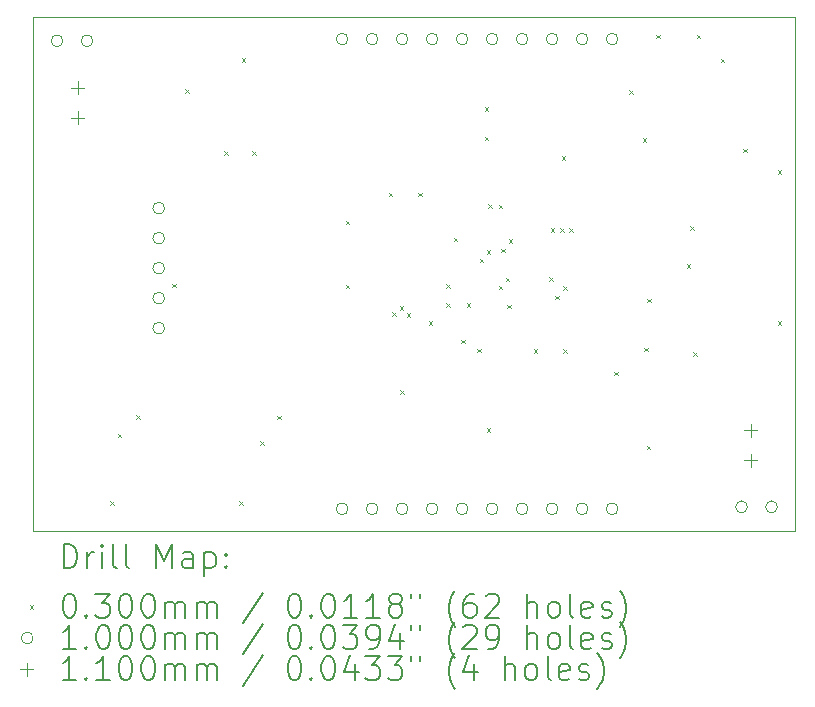
<source format=gbr>
%TF.GenerationSoftware,KiCad,Pcbnew,8.0.2*%
%TF.CreationDate,2024-05-12T15:56:23+02:00*%
%TF.ProjectId,LimbusOne,4c696d62-7573-44f6-9e65-2e6b69636164,v.0.1*%
%TF.SameCoordinates,Original*%
%TF.FileFunction,Drillmap*%
%TF.FilePolarity,Positive*%
%FSLAX45Y45*%
G04 Gerber Fmt 4.5, Leading zero omitted, Abs format (unit mm)*
G04 Created by KiCad (PCBNEW 8.0.2) date 2024-05-12 15:56:23*
%MOMM*%
%LPD*%
G01*
G04 APERTURE LIST*
%ADD10C,0.050000*%
%ADD11C,0.200000*%
%ADD12C,0.100000*%
%ADD13C,0.110000*%
G04 APERTURE END LIST*
D10*
X2926700Y-3213300D02*
X9376700Y-3213300D01*
X9376700Y-7563300D01*
X2926700Y-7563300D01*
X2926700Y-3213300D01*
D11*
D12*
X3579100Y-7312900D02*
X3609100Y-7342900D01*
X3609100Y-7312900D02*
X3579100Y-7342900D01*
X3642600Y-6741400D02*
X3672600Y-6771400D01*
X3672600Y-6741400D02*
X3642600Y-6771400D01*
X3797540Y-6583920D02*
X3827540Y-6613920D01*
X3827540Y-6583920D02*
X3797540Y-6613920D01*
X4102340Y-5468860D02*
X4132340Y-5498860D01*
X4132340Y-5468860D02*
X4102340Y-5498860D01*
X4211700Y-3823300D02*
X4241700Y-3853300D01*
X4241700Y-3823300D02*
X4211700Y-3853300D01*
X4541700Y-4348300D02*
X4571700Y-4378300D01*
X4571700Y-4348300D02*
X4541700Y-4378300D01*
X4671300Y-7312900D02*
X4701300Y-7342900D01*
X4701300Y-7312900D02*
X4671300Y-7342900D01*
X4691700Y-3563300D02*
X4721700Y-3593300D01*
X4721700Y-3563300D02*
X4691700Y-3593300D01*
X4781700Y-4348300D02*
X4811700Y-4378300D01*
X4811700Y-4348300D02*
X4781700Y-4378300D01*
X4849100Y-6804900D02*
X4879100Y-6834900D01*
X4879100Y-6804900D02*
X4849100Y-6834900D01*
X4991340Y-6586460D02*
X5021340Y-6616460D01*
X5021340Y-6586460D02*
X4991340Y-6616460D01*
X5573000Y-4938000D02*
X5603000Y-4968000D01*
X5603000Y-4938000D02*
X5573000Y-4968000D01*
X5573000Y-5477300D02*
X5603000Y-5507300D01*
X5603000Y-5477300D02*
X5573000Y-5507300D01*
X5936700Y-4698300D02*
X5966700Y-4728300D01*
X5966700Y-4698300D02*
X5936700Y-4728300D01*
X5966468Y-5712885D02*
X5996468Y-5742885D01*
X5996468Y-5712885D02*
X5966468Y-5742885D01*
X6029050Y-5663050D02*
X6059050Y-5693050D01*
X6059050Y-5663050D02*
X6029050Y-5693050D01*
X6031700Y-6373300D02*
X6061700Y-6403300D01*
X6061700Y-6373300D02*
X6031700Y-6403300D01*
X6089050Y-5717886D02*
X6119050Y-5747886D01*
X6119050Y-5717886D02*
X6089050Y-5747886D01*
X6186700Y-4698300D02*
X6216700Y-4728300D01*
X6216700Y-4698300D02*
X6186700Y-4728300D01*
X6274040Y-5788900D02*
X6304040Y-5818900D01*
X6304040Y-5788900D02*
X6274040Y-5818900D01*
X6423900Y-5473940D02*
X6453900Y-5503940D01*
X6453900Y-5473940D02*
X6423900Y-5503940D01*
X6423900Y-5637300D02*
X6453900Y-5667300D01*
X6453900Y-5637300D02*
X6423900Y-5667300D01*
X6486188Y-5080618D02*
X6516188Y-5110618D01*
X6516188Y-5080618D02*
X6486188Y-5110618D01*
X6550200Y-5943840D02*
X6580200Y-5973840D01*
X6580200Y-5943840D02*
X6550200Y-5973840D01*
X6594080Y-5637300D02*
X6624080Y-5667300D01*
X6624080Y-5637300D02*
X6594080Y-5667300D01*
X6683916Y-6020884D02*
X6713916Y-6050884D01*
X6713916Y-6020884D02*
X6683916Y-6050884D01*
X6706180Y-5257254D02*
X6736180Y-5287254D01*
X6736180Y-5257254D02*
X6706180Y-5287254D01*
X6749400Y-3976800D02*
X6779400Y-4006800D01*
X6779400Y-3976800D02*
X6749400Y-4006800D01*
X6749400Y-4226800D02*
X6779400Y-4256800D01*
X6779400Y-4226800D02*
X6749400Y-4256800D01*
X6764260Y-6695680D02*
X6794260Y-6725680D01*
X6794260Y-6695680D02*
X6764260Y-6725680D01*
X6766180Y-5186920D02*
X6796180Y-5216920D01*
X6796180Y-5186920D02*
X6766180Y-5216920D01*
X6779500Y-4798300D02*
X6809500Y-4828300D01*
X6809500Y-4798300D02*
X6779500Y-4828300D01*
X6865860Y-4800840D02*
X6895860Y-4830840D01*
X6895860Y-4800840D02*
X6865860Y-4830840D01*
X6865860Y-5489180D02*
X6895860Y-5519180D01*
X6895860Y-5489180D02*
X6865860Y-5519180D01*
X6886180Y-5173300D02*
X6916180Y-5203300D01*
X6916180Y-5173300D02*
X6886180Y-5203300D01*
X6926820Y-5418060D02*
X6956820Y-5448060D01*
X6956820Y-5418060D02*
X6926820Y-5448060D01*
X6936700Y-5648300D02*
X6966700Y-5678300D01*
X6966700Y-5648300D02*
X6936700Y-5678300D01*
X6952220Y-5093300D02*
X6982220Y-5123300D01*
X6982220Y-5093300D02*
X6952220Y-5123300D01*
X7161700Y-6023300D02*
X7191700Y-6053300D01*
X7191700Y-6023300D02*
X7161700Y-6053300D01*
X7292580Y-5415520D02*
X7322580Y-5445520D01*
X7322580Y-5415520D02*
X7292580Y-5445520D01*
X7305352Y-5001331D02*
X7335352Y-5031331D01*
X7335352Y-5001331D02*
X7305352Y-5031331D01*
X7345920Y-5573000D02*
X7375920Y-5603000D01*
X7375920Y-5573000D02*
X7345920Y-5603000D01*
X7385351Y-5001815D02*
X7415351Y-5031815D01*
X7415351Y-5001815D02*
X7385351Y-5031815D01*
X7401800Y-4391900D02*
X7431800Y-4421900D01*
X7431800Y-4391900D02*
X7401800Y-4421900D01*
X7411700Y-6023300D02*
X7441700Y-6053300D01*
X7441700Y-6023300D02*
X7411700Y-6053300D01*
X7411960Y-5491720D02*
X7441960Y-5521720D01*
X7441960Y-5491720D02*
X7411960Y-5521720D01*
X7465300Y-4998960D02*
X7495300Y-5028960D01*
X7495300Y-4998960D02*
X7465300Y-5028960D01*
X7846200Y-6213800D02*
X7876200Y-6243800D01*
X7876200Y-6213800D02*
X7846200Y-6243800D01*
X7973300Y-3833100D02*
X8003300Y-3863100D01*
X8003300Y-3833100D02*
X7973300Y-3863100D01*
X8087600Y-4239500D02*
X8117600Y-4269500D01*
X8117600Y-4239500D02*
X8087600Y-4269500D01*
X8100200Y-6011800D02*
X8130200Y-6041800D01*
X8130200Y-6011800D02*
X8100200Y-6041800D01*
X8119200Y-6840800D02*
X8149200Y-6870800D01*
X8149200Y-6840800D02*
X8119200Y-6870800D01*
X8125700Y-5598300D02*
X8155700Y-5628300D01*
X8155700Y-5598300D02*
X8125700Y-5628300D01*
X8201900Y-3363200D02*
X8231900Y-3393200D01*
X8231900Y-3363200D02*
X8201900Y-3393200D01*
X8458440Y-5303760D02*
X8488440Y-5333760D01*
X8488440Y-5303760D02*
X8458440Y-5333760D01*
X8488920Y-4983720D02*
X8518920Y-5013720D01*
X8518920Y-4983720D02*
X8488920Y-5013720D01*
X8511700Y-6048300D02*
X8541700Y-6078300D01*
X8541700Y-6048300D02*
X8511700Y-6078300D01*
X8544800Y-3363200D02*
X8574800Y-3393200D01*
X8574800Y-3363200D02*
X8544800Y-3393200D01*
X8748000Y-3566400D02*
X8778000Y-3596400D01*
X8778000Y-3566400D02*
X8748000Y-3596400D01*
X8938500Y-4328400D02*
X8968500Y-4358400D01*
X8968500Y-4328400D02*
X8938500Y-4358400D01*
X9229200Y-4507600D02*
X9259200Y-4537600D01*
X9259200Y-4507600D02*
X9229200Y-4537600D01*
X9229200Y-5787500D02*
X9259200Y-5817500D01*
X9259200Y-5787500D02*
X9229200Y-5817500D01*
X3176700Y-3413300D02*
G75*
G02*
X3076700Y-3413300I-50000J0D01*
G01*
X3076700Y-3413300D02*
G75*
G02*
X3176700Y-3413300I50000J0D01*
G01*
X3430700Y-3413300D02*
G75*
G02*
X3330700Y-3413300I-50000J0D01*
G01*
X3330700Y-3413300D02*
G75*
G02*
X3430700Y-3413300I50000J0D01*
G01*
X4037800Y-4830300D02*
G75*
G02*
X3937800Y-4830300I-50000J0D01*
G01*
X3937800Y-4830300D02*
G75*
G02*
X4037800Y-4830300I50000J0D01*
G01*
X4037800Y-5084300D02*
G75*
G02*
X3937800Y-5084300I-50000J0D01*
G01*
X3937800Y-5084300D02*
G75*
G02*
X4037800Y-5084300I50000J0D01*
G01*
X4037800Y-5338300D02*
G75*
G02*
X3937800Y-5338300I-50000J0D01*
G01*
X3937800Y-5338300D02*
G75*
G02*
X4037800Y-5338300I50000J0D01*
G01*
X4037800Y-5592300D02*
G75*
G02*
X3937800Y-5592300I-50000J0D01*
G01*
X3937800Y-5592300D02*
G75*
G02*
X4037800Y-5592300I50000J0D01*
G01*
X4037800Y-5846300D02*
G75*
G02*
X3937800Y-5846300I-50000J0D01*
G01*
X3937800Y-5846300D02*
G75*
G02*
X4037800Y-5846300I50000J0D01*
G01*
X5590700Y-3398520D02*
G75*
G02*
X5490700Y-3398520I-50000J0D01*
G01*
X5490700Y-3398520D02*
G75*
G02*
X5590700Y-3398520I50000J0D01*
G01*
X5590700Y-7376160D02*
G75*
G02*
X5490700Y-7376160I-50000J0D01*
G01*
X5490700Y-7376160D02*
G75*
G02*
X5590700Y-7376160I50000J0D01*
G01*
X5844700Y-3398520D02*
G75*
G02*
X5744700Y-3398520I-50000J0D01*
G01*
X5744700Y-3398520D02*
G75*
G02*
X5844700Y-3398520I50000J0D01*
G01*
X5844700Y-7376160D02*
G75*
G02*
X5744700Y-7376160I-50000J0D01*
G01*
X5744700Y-7376160D02*
G75*
G02*
X5844700Y-7376160I50000J0D01*
G01*
X6098700Y-3398520D02*
G75*
G02*
X5998700Y-3398520I-50000J0D01*
G01*
X5998700Y-3398520D02*
G75*
G02*
X6098700Y-3398520I50000J0D01*
G01*
X6098700Y-7376160D02*
G75*
G02*
X5998700Y-7376160I-50000J0D01*
G01*
X5998700Y-7376160D02*
G75*
G02*
X6098700Y-7376160I50000J0D01*
G01*
X6352700Y-3398520D02*
G75*
G02*
X6252700Y-3398520I-50000J0D01*
G01*
X6252700Y-3398520D02*
G75*
G02*
X6352700Y-3398520I50000J0D01*
G01*
X6352700Y-7376160D02*
G75*
G02*
X6252700Y-7376160I-50000J0D01*
G01*
X6252700Y-7376160D02*
G75*
G02*
X6352700Y-7376160I50000J0D01*
G01*
X6606700Y-3398520D02*
G75*
G02*
X6506700Y-3398520I-50000J0D01*
G01*
X6506700Y-3398520D02*
G75*
G02*
X6606700Y-3398520I50000J0D01*
G01*
X6606700Y-7376160D02*
G75*
G02*
X6506700Y-7376160I-50000J0D01*
G01*
X6506700Y-7376160D02*
G75*
G02*
X6606700Y-7376160I50000J0D01*
G01*
X6860700Y-3398520D02*
G75*
G02*
X6760700Y-3398520I-50000J0D01*
G01*
X6760700Y-3398520D02*
G75*
G02*
X6860700Y-3398520I50000J0D01*
G01*
X6860700Y-7376160D02*
G75*
G02*
X6760700Y-7376160I-50000J0D01*
G01*
X6760700Y-7376160D02*
G75*
G02*
X6860700Y-7376160I50000J0D01*
G01*
X7114700Y-3398520D02*
G75*
G02*
X7014700Y-3398520I-50000J0D01*
G01*
X7014700Y-3398520D02*
G75*
G02*
X7114700Y-3398520I50000J0D01*
G01*
X7114700Y-7376160D02*
G75*
G02*
X7014700Y-7376160I-50000J0D01*
G01*
X7014700Y-7376160D02*
G75*
G02*
X7114700Y-7376160I50000J0D01*
G01*
X7368700Y-3398520D02*
G75*
G02*
X7268700Y-3398520I-50000J0D01*
G01*
X7268700Y-3398520D02*
G75*
G02*
X7368700Y-3398520I50000J0D01*
G01*
X7368700Y-7376160D02*
G75*
G02*
X7268700Y-7376160I-50000J0D01*
G01*
X7268700Y-7376160D02*
G75*
G02*
X7368700Y-7376160I50000J0D01*
G01*
X7622700Y-3398520D02*
G75*
G02*
X7522700Y-3398520I-50000J0D01*
G01*
X7522700Y-3398520D02*
G75*
G02*
X7622700Y-3398520I50000J0D01*
G01*
X7622700Y-7376160D02*
G75*
G02*
X7522700Y-7376160I-50000J0D01*
G01*
X7522700Y-7376160D02*
G75*
G02*
X7622700Y-7376160I50000J0D01*
G01*
X7876700Y-3398520D02*
G75*
G02*
X7776700Y-3398520I-50000J0D01*
G01*
X7776700Y-3398520D02*
G75*
G02*
X7876700Y-3398520I50000J0D01*
G01*
X7876700Y-7376160D02*
G75*
G02*
X7776700Y-7376160I-50000J0D01*
G01*
X7776700Y-7376160D02*
G75*
G02*
X7876700Y-7376160I50000J0D01*
G01*
X8972700Y-7359300D02*
G75*
G02*
X8872700Y-7359300I-50000J0D01*
G01*
X8872700Y-7359300D02*
G75*
G02*
X8972700Y-7359300I50000J0D01*
G01*
X9226700Y-7359300D02*
G75*
G02*
X9126700Y-7359300I-50000J0D01*
G01*
X9126700Y-7359300D02*
G75*
G02*
X9226700Y-7359300I50000J0D01*
G01*
D13*
X3301700Y-3754300D02*
X3301700Y-3864300D01*
X3246700Y-3809300D02*
X3356700Y-3809300D01*
X3301700Y-4008300D02*
X3301700Y-4118300D01*
X3246700Y-4063300D02*
X3356700Y-4063300D01*
X9001700Y-6654300D02*
X9001700Y-6764300D01*
X8946700Y-6709300D02*
X9056700Y-6709300D01*
X9001700Y-6908300D02*
X9001700Y-7018300D01*
X8946700Y-6963300D02*
X9056700Y-6963300D01*
D11*
X3184977Y-7877284D02*
X3184977Y-7677284D01*
X3184977Y-7677284D02*
X3232596Y-7677284D01*
X3232596Y-7677284D02*
X3261167Y-7686808D01*
X3261167Y-7686808D02*
X3280215Y-7705855D01*
X3280215Y-7705855D02*
X3289739Y-7724903D01*
X3289739Y-7724903D02*
X3299262Y-7762998D01*
X3299262Y-7762998D02*
X3299262Y-7791569D01*
X3299262Y-7791569D02*
X3289739Y-7829665D01*
X3289739Y-7829665D02*
X3280215Y-7848712D01*
X3280215Y-7848712D02*
X3261167Y-7867760D01*
X3261167Y-7867760D02*
X3232596Y-7877284D01*
X3232596Y-7877284D02*
X3184977Y-7877284D01*
X3384977Y-7877284D02*
X3384977Y-7743950D01*
X3384977Y-7782046D02*
X3394501Y-7762998D01*
X3394501Y-7762998D02*
X3404024Y-7753474D01*
X3404024Y-7753474D02*
X3423072Y-7743950D01*
X3423072Y-7743950D02*
X3442120Y-7743950D01*
X3508786Y-7877284D02*
X3508786Y-7743950D01*
X3508786Y-7677284D02*
X3499262Y-7686808D01*
X3499262Y-7686808D02*
X3508786Y-7696331D01*
X3508786Y-7696331D02*
X3518310Y-7686808D01*
X3518310Y-7686808D02*
X3508786Y-7677284D01*
X3508786Y-7677284D02*
X3508786Y-7696331D01*
X3632596Y-7877284D02*
X3613548Y-7867760D01*
X3613548Y-7867760D02*
X3604024Y-7848712D01*
X3604024Y-7848712D02*
X3604024Y-7677284D01*
X3737358Y-7877284D02*
X3718310Y-7867760D01*
X3718310Y-7867760D02*
X3708786Y-7848712D01*
X3708786Y-7848712D02*
X3708786Y-7677284D01*
X3965929Y-7877284D02*
X3965929Y-7677284D01*
X3965929Y-7677284D02*
X4032596Y-7820141D01*
X4032596Y-7820141D02*
X4099262Y-7677284D01*
X4099262Y-7677284D02*
X4099262Y-7877284D01*
X4280215Y-7877284D02*
X4280215Y-7772522D01*
X4280215Y-7772522D02*
X4270691Y-7753474D01*
X4270691Y-7753474D02*
X4251644Y-7743950D01*
X4251644Y-7743950D02*
X4213548Y-7743950D01*
X4213548Y-7743950D02*
X4194501Y-7753474D01*
X4280215Y-7867760D02*
X4261167Y-7877284D01*
X4261167Y-7877284D02*
X4213548Y-7877284D01*
X4213548Y-7877284D02*
X4194501Y-7867760D01*
X4194501Y-7867760D02*
X4184977Y-7848712D01*
X4184977Y-7848712D02*
X4184977Y-7829665D01*
X4184977Y-7829665D02*
X4194501Y-7810617D01*
X4194501Y-7810617D02*
X4213548Y-7801093D01*
X4213548Y-7801093D02*
X4261167Y-7801093D01*
X4261167Y-7801093D02*
X4280215Y-7791569D01*
X4375453Y-7743950D02*
X4375453Y-7943950D01*
X4375453Y-7753474D02*
X4394501Y-7743950D01*
X4394501Y-7743950D02*
X4432596Y-7743950D01*
X4432596Y-7743950D02*
X4451644Y-7753474D01*
X4451644Y-7753474D02*
X4461167Y-7762998D01*
X4461167Y-7762998D02*
X4470691Y-7782046D01*
X4470691Y-7782046D02*
X4470691Y-7839188D01*
X4470691Y-7839188D02*
X4461167Y-7858236D01*
X4461167Y-7858236D02*
X4451644Y-7867760D01*
X4451644Y-7867760D02*
X4432596Y-7877284D01*
X4432596Y-7877284D02*
X4394501Y-7877284D01*
X4394501Y-7877284D02*
X4375453Y-7867760D01*
X4556405Y-7858236D02*
X4565929Y-7867760D01*
X4565929Y-7867760D02*
X4556405Y-7877284D01*
X4556405Y-7877284D02*
X4546882Y-7867760D01*
X4546882Y-7867760D02*
X4556405Y-7858236D01*
X4556405Y-7858236D02*
X4556405Y-7877284D01*
X4556405Y-7753474D02*
X4565929Y-7762998D01*
X4565929Y-7762998D02*
X4556405Y-7772522D01*
X4556405Y-7772522D02*
X4546882Y-7762998D01*
X4546882Y-7762998D02*
X4556405Y-7753474D01*
X4556405Y-7753474D02*
X4556405Y-7772522D01*
D12*
X2894200Y-8190800D02*
X2924200Y-8220800D01*
X2924200Y-8190800D02*
X2894200Y-8220800D01*
D11*
X3223072Y-8097284D02*
X3242120Y-8097284D01*
X3242120Y-8097284D02*
X3261167Y-8106808D01*
X3261167Y-8106808D02*
X3270691Y-8116331D01*
X3270691Y-8116331D02*
X3280215Y-8135379D01*
X3280215Y-8135379D02*
X3289739Y-8173474D01*
X3289739Y-8173474D02*
X3289739Y-8221093D01*
X3289739Y-8221093D02*
X3280215Y-8259188D01*
X3280215Y-8259188D02*
X3270691Y-8278236D01*
X3270691Y-8278236D02*
X3261167Y-8287760D01*
X3261167Y-8287760D02*
X3242120Y-8297284D01*
X3242120Y-8297284D02*
X3223072Y-8297284D01*
X3223072Y-8297284D02*
X3204024Y-8287760D01*
X3204024Y-8287760D02*
X3194501Y-8278236D01*
X3194501Y-8278236D02*
X3184977Y-8259188D01*
X3184977Y-8259188D02*
X3175453Y-8221093D01*
X3175453Y-8221093D02*
X3175453Y-8173474D01*
X3175453Y-8173474D02*
X3184977Y-8135379D01*
X3184977Y-8135379D02*
X3194501Y-8116331D01*
X3194501Y-8116331D02*
X3204024Y-8106808D01*
X3204024Y-8106808D02*
X3223072Y-8097284D01*
X3375453Y-8278236D02*
X3384977Y-8287760D01*
X3384977Y-8287760D02*
X3375453Y-8297284D01*
X3375453Y-8297284D02*
X3365929Y-8287760D01*
X3365929Y-8287760D02*
X3375453Y-8278236D01*
X3375453Y-8278236D02*
X3375453Y-8297284D01*
X3451643Y-8097284D02*
X3575453Y-8097284D01*
X3575453Y-8097284D02*
X3508786Y-8173474D01*
X3508786Y-8173474D02*
X3537358Y-8173474D01*
X3537358Y-8173474D02*
X3556405Y-8182998D01*
X3556405Y-8182998D02*
X3565929Y-8192522D01*
X3565929Y-8192522D02*
X3575453Y-8211569D01*
X3575453Y-8211569D02*
X3575453Y-8259188D01*
X3575453Y-8259188D02*
X3565929Y-8278236D01*
X3565929Y-8278236D02*
X3556405Y-8287760D01*
X3556405Y-8287760D02*
X3537358Y-8297284D01*
X3537358Y-8297284D02*
X3480215Y-8297284D01*
X3480215Y-8297284D02*
X3461167Y-8287760D01*
X3461167Y-8287760D02*
X3451643Y-8278236D01*
X3699262Y-8097284D02*
X3718310Y-8097284D01*
X3718310Y-8097284D02*
X3737358Y-8106808D01*
X3737358Y-8106808D02*
X3746882Y-8116331D01*
X3746882Y-8116331D02*
X3756405Y-8135379D01*
X3756405Y-8135379D02*
X3765929Y-8173474D01*
X3765929Y-8173474D02*
X3765929Y-8221093D01*
X3765929Y-8221093D02*
X3756405Y-8259188D01*
X3756405Y-8259188D02*
X3746882Y-8278236D01*
X3746882Y-8278236D02*
X3737358Y-8287760D01*
X3737358Y-8287760D02*
X3718310Y-8297284D01*
X3718310Y-8297284D02*
X3699262Y-8297284D01*
X3699262Y-8297284D02*
X3680215Y-8287760D01*
X3680215Y-8287760D02*
X3670691Y-8278236D01*
X3670691Y-8278236D02*
X3661167Y-8259188D01*
X3661167Y-8259188D02*
X3651643Y-8221093D01*
X3651643Y-8221093D02*
X3651643Y-8173474D01*
X3651643Y-8173474D02*
X3661167Y-8135379D01*
X3661167Y-8135379D02*
X3670691Y-8116331D01*
X3670691Y-8116331D02*
X3680215Y-8106808D01*
X3680215Y-8106808D02*
X3699262Y-8097284D01*
X3889739Y-8097284D02*
X3908786Y-8097284D01*
X3908786Y-8097284D02*
X3927834Y-8106808D01*
X3927834Y-8106808D02*
X3937358Y-8116331D01*
X3937358Y-8116331D02*
X3946882Y-8135379D01*
X3946882Y-8135379D02*
X3956405Y-8173474D01*
X3956405Y-8173474D02*
X3956405Y-8221093D01*
X3956405Y-8221093D02*
X3946882Y-8259188D01*
X3946882Y-8259188D02*
X3937358Y-8278236D01*
X3937358Y-8278236D02*
X3927834Y-8287760D01*
X3927834Y-8287760D02*
X3908786Y-8297284D01*
X3908786Y-8297284D02*
X3889739Y-8297284D01*
X3889739Y-8297284D02*
X3870691Y-8287760D01*
X3870691Y-8287760D02*
X3861167Y-8278236D01*
X3861167Y-8278236D02*
X3851643Y-8259188D01*
X3851643Y-8259188D02*
X3842120Y-8221093D01*
X3842120Y-8221093D02*
X3842120Y-8173474D01*
X3842120Y-8173474D02*
X3851643Y-8135379D01*
X3851643Y-8135379D02*
X3861167Y-8116331D01*
X3861167Y-8116331D02*
X3870691Y-8106808D01*
X3870691Y-8106808D02*
X3889739Y-8097284D01*
X4042120Y-8297284D02*
X4042120Y-8163950D01*
X4042120Y-8182998D02*
X4051643Y-8173474D01*
X4051643Y-8173474D02*
X4070691Y-8163950D01*
X4070691Y-8163950D02*
X4099263Y-8163950D01*
X4099263Y-8163950D02*
X4118310Y-8173474D01*
X4118310Y-8173474D02*
X4127834Y-8192522D01*
X4127834Y-8192522D02*
X4127834Y-8297284D01*
X4127834Y-8192522D02*
X4137358Y-8173474D01*
X4137358Y-8173474D02*
X4156405Y-8163950D01*
X4156405Y-8163950D02*
X4184977Y-8163950D01*
X4184977Y-8163950D02*
X4204025Y-8173474D01*
X4204025Y-8173474D02*
X4213548Y-8192522D01*
X4213548Y-8192522D02*
X4213548Y-8297284D01*
X4308786Y-8297284D02*
X4308786Y-8163950D01*
X4308786Y-8182998D02*
X4318310Y-8173474D01*
X4318310Y-8173474D02*
X4337358Y-8163950D01*
X4337358Y-8163950D02*
X4365929Y-8163950D01*
X4365929Y-8163950D02*
X4384977Y-8173474D01*
X4384977Y-8173474D02*
X4394501Y-8192522D01*
X4394501Y-8192522D02*
X4394501Y-8297284D01*
X4394501Y-8192522D02*
X4404025Y-8173474D01*
X4404025Y-8173474D02*
X4423072Y-8163950D01*
X4423072Y-8163950D02*
X4451644Y-8163950D01*
X4451644Y-8163950D02*
X4470691Y-8173474D01*
X4470691Y-8173474D02*
X4480215Y-8192522D01*
X4480215Y-8192522D02*
X4480215Y-8297284D01*
X4870691Y-8087760D02*
X4699263Y-8344903D01*
X5127834Y-8097284D02*
X5146882Y-8097284D01*
X5146882Y-8097284D02*
X5165929Y-8106808D01*
X5165929Y-8106808D02*
X5175453Y-8116331D01*
X5175453Y-8116331D02*
X5184977Y-8135379D01*
X5184977Y-8135379D02*
X5194501Y-8173474D01*
X5194501Y-8173474D02*
X5194501Y-8221093D01*
X5194501Y-8221093D02*
X5184977Y-8259188D01*
X5184977Y-8259188D02*
X5175453Y-8278236D01*
X5175453Y-8278236D02*
X5165929Y-8287760D01*
X5165929Y-8287760D02*
X5146882Y-8297284D01*
X5146882Y-8297284D02*
X5127834Y-8297284D01*
X5127834Y-8297284D02*
X5108787Y-8287760D01*
X5108787Y-8287760D02*
X5099263Y-8278236D01*
X5099263Y-8278236D02*
X5089739Y-8259188D01*
X5089739Y-8259188D02*
X5080215Y-8221093D01*
X5080215Y-8221093D02*
X5080215Y-8173474D01*
X5080215Y-8173474D02*
X5089739Y-8135379D01*
X5089739Y-8135379D02*
X5099263Y-8116331D01*
X5099263Y-8116331D02*
X5108787Y-8106808D01*
X5108787Y-8106808D02*
X5127834Y-8097284D01*
X5280215Y-8278236D02*
X5289739Y-8287760D01*
X5289739Y-8287760D02*
X5280215Y-8297284D01*
X5280215Y-8297284D02*
X5270691Y-8287760D01*
X5270691Y-8287760D02*
X5280215Y-8278236D01*
X5280215Y-8278236D02*
X5280215Y-8297284D01*
X5413548Y-8097284D02*
X5432596Y-8097284D01*
X5432596Y-8097284D02*
X5451644Y-8106808D01*
X5451644Y-8106808D02*
X5461168Y-8116331D01*
X5461168Y-8116331D02*
X5470691Y-8135379D01*
X5470691Y-8135379D02*
X5480215Y-8173474D01*
X5480215Y-8173474D02*
X5480215Y-8221093D01*
X5480215Y-8221093D02*
X5470691Y-8259188D01*
X5470691Y-8259188D02*
X5461168Y-8278236D01*
X5461168Y-8278236D02*
X5451644Y-8287760D01*
X5451644Y-8287760D02*
X5432596Y-8297284D01*
X5432596Y-8297284D02*
X5413548Y-8297284D01*
X5413548Y-8297284D02*
X5394501Y-8287760D01*
X5394501Y-8287760D02*
X5384977Y-8278236D01*
X5384977Y-8278236D02*
X5375453Y-8259188D01*
X5375453Y-8259188D02*
X5365929Y-8221093D01*
X5365929Y-8221093D02*
X5365929Y-8173474D01*
X5365929Y-8173474D02*
X5375453Y-8135379D01*
X5375453Y-8135379D02*
X5384977Y-8116331D01*
X5384977Y-8116331D02*
X5394501Y-8106808D01*
X5394501Y-8106808D02*
X5413548Y-8097284D01*
X5670691Y-8297284D02*
X5556406Y-8297284D01*
X5613548Y-8297284D02*
X5613548Y-8097284D01*
X5613548Y-8097284D02*
X5594501Y-8125855D01*
X5594501Y-8125855D02*
X5575453Y-8144903D01*
X5575453Y-8144903D02*
X5556406Y-8154427D01*
X5861167Y-8297284D02*
X5746882Y-8297284D01*
X5804025Y-8297284D02*
X5804025Y-8097284D01*
X5804025Y-8097284D02*
X5784977Y-8125855D01*
X5784977Y-8125855D02*
X5765929Y-8144903D01*
X5765929Y-8144903D02*
X5746882Y-8154427D01*
X5975453Y-8182998D02*
X5956406Y-8173474D01*
X5956406Y-8173474D02*
X5946882Y-8163950D01*
X5946882Y-8163950D02*
X5937358Y-8144903D01*
X5937358Y-8144903D02*
X5937358Y-8135379D01*
X5937358Y-8135379D02*
X5946882Y-8116331D01*
X5946882Y-8116331D02*
X5956406Y-8106808D01*
X5956406Y-8106808D02*
X5975453Y-8097284D01*
X5975453Y-8097284D02*
X6013548Y-8097284D01*
X6013548Y-8097284D02*
X6032596Y-8106808D01*
X6032596Y-8106808D02*
X6042120Y-8116331D01*
X6042120Y-8116331D02*
X6051644Y-8135379D01*
X6051644Y-8135379D02*
X6051644Y-8144903D01*
X6051644Y-8144903D02*
X6042120Y-8163950D01*
X6042120Y-8163950D02*
X6032596Y-8173474D01*
X6032596Y-8173474D02*
X6013548Y-8182998D01*
X6013548Y-8182998D02*
X5975453Y-8182998D01*
X5975453Y-8182998D02*
X5956406Y-8192522D01*
X5956406Y-8192522D02*
X5946882Y-8202046D01*
X5946882Y-8202046D02*
X5937358Y-8221093D01*
X5937358Y-8221093D02*
X5937358Y-8259188D01*
X5937358Y-8259188D02*
X5946882Y-8278236D01*
X5946882Y-8278236D02*
X5956406Y-8287760D01*
X5956406Y-8287760D02*
X5975453Y-8297284D01*
X5975453Y-8297284D02*
X6013548Y-8297284D01*
X6013548Y-8297284D02*
X6032596Y-8287760D01*
X6032596Y-8287760D02*
X6042120Y-8278236D01*
X6042120Y-8278236D02*
X6051644Y-8259188D01*
X6051644Y-8259188D02*
X6051644Y-8221093D01*
X6051644Y-8221093D02*
X6042120Y-8202046D01*
X6042120Y-8202046D02*
X6032596Y-8192522D01*
X6032596Y-8192522D02*
X6013548Y-8182998D01*
X6127834Y-8097284D02*
X6127834Y-8135379D01*
X6204025Y-8097284D02*
X6204025Y-8135379D01*
X6499263Y-8373474D02*
X6489739Y-8363950D01*
X6489739Y-8363950D02*
X6470691Y-8335379D01*
X6470691Y-8335379D02*
X6461168Y-8316331D01*
X6461168Y-8316331D02*
X6451644Y-8287760D01*
X6451644Y-8287760D02*
X6442120Y-8240141D01*
X6442120Y-8240141D02*
X6442120Y-8202046D01*
X6442120Y-8202046D02*
X6451644Y-8154427D01*
X6451644Y-8154427D02*
X6461168Y-8125855D01*
X6461168Y-8125855D02*
X6470691Y-8106808D01*
X6470691Y-8106808D02*
X6489739Y-8078236D01*
X6489739Y-8078236D02*
X6499263Y-8068712D01*
X6661168Y-8097284D02*
X6623072Y-8097284D01*
X6623072Y-8097284D02*
X6604025Y-8106808D01*
X6604025Y-8106808D02*
X6594501Y-8116331D01*
X6594501Y-8116331D02*
X6575453Y-8144903D01*
X6575453Y-8144903D02*
X6565929Y-8182998D01*
X6565929Y-8182998D02*
X6565929Y-8259188D01*
X6565929Y-8259188D02*
X6575453Y-8278236D01*
X6575453Y-8278236D02*
X6584977Y-8287760D01*
X6584977Y-8287760D02*
X6604025Y-8297284D01*
X6604025Y-8297284D02*
X6642120Y-8297284D01*
X6642120Y-8297284D02*
X6661168Y-8287760D01*
X6661168Y-8287760D02*
X6670691Y-8278236D01*
X6670691Y-8278236D02*
X6680215Y-8259188D01*
X6680215Y-8259188D02*
X6680215Y-8211569D01*
X6680215Y-8211569D02*
X6670691Y-8192522D01*
X6670691Y-8192522D02*
X6661168Y-8182998D01*
X6661168Y-8182998D02*
X6642120Y-8173474D01*
X6642120Y-8173474D02*
X6604025Y-8173474D01*
X6604025Y-8173474D02*
X6584977Y-8182998D01*
X6584977Y-8182998D02*
X6575453Y-8192522D01*
X6575453Y-8192522D02*
X6565929Y-8211569D01*
X6756406Y-8116331D02*
X6765929Y-8106808D01*
X6765929Y-8106808D02*
X6784977Y-8097284D01*
X6784977Y-8097284D02*
X6832596Y-8097284D01*
X6832596Y-8097284D02*
X6851644Y-8106808D01*
X6851644Y-8106808D02*
X6861168Y-8116331D01*
X6861168Y-8116331D02*
X6870691Y-8135379D01*
X6870691Y-8135379D02*
X6870691Y-8154427D01*
X6870691Y-8154427D02*
X6861168Y-8182998D01*
X6861168Y-8182998D02*
X6746882Y-8297284D01*
X6746882Y-8297284D02*
X6870691Y-8297284D01*
X7108787Y-8297284D02*
X7108787Y-8097284D01*
X7194501Y-8297284D02*
X7194501Y-8192522D01*
X7194501Y-8192522D02*
X7184977Y-8173474D01*
X7184977Y-8173474D02*
X7165930Y-8163950D01*
X7165930Y-8163950D02*
X7137358Y-8163950D01*
X7137358Y-8163950D02*
X7118310Y-8173474D01*
X7118310Y-8173474D02*
X7108787Y-8182998D01*
X7318310Y-8297284D02*
X7299263Y-8287760D01*
X7299263Y-8287760D02*
X7289739Y-8278236D01*
X7289739Y-8278236D02*
X7280215Y-8259188D01*
X7280215Y-8259188D02*
X7280215Y-8202046D01*
X7280215Y-8202046D02*
X7289739Y-8182998D01*
X7289739Y-8182998D02*
X7299263Y-8173474D01*
X7299263Y-8173474D02*
X7318310Y-8163950D01*
X7318310Y-8163950D02*
X7346882Y-8163950D01*
X7346882Y-8163950D02*
X7365930Y-8173474D01*
X7365930Y-8173474D02*
X7375453Y-8182998D01*
X7375453Y-8182998D02*
X7384977Y-8202046D01*
X7384977Y-8202046D02*
X7384977Y-8259188D01*
X7384977Y-8259188D02*
X7375453Y-8278236D01*
X7375453Y-8278236D02*
X7365930Y-8287760D01*
X7365930Y-8287760D02*
X7346882Y-8297284D01*
X7346882Y-8297284D02*
X7318310Y-8297284D01*
X7499263Y-8297284D02*
X7480215Y-8287760D01*
X7480215Y-8287760D02*
X7470691Y-8268712D01*
X7470691Y-8268712D02*
X7470691Y-8097284D01*
X7651644Y-8287760D02*
X7632596Y-8297284D01*
X7632596Y-8297284D02*
X7594501Y-8297284D01*
X7594501Y-8297284D02*
X7575453Y-8287760D01*
X7575453Y-8287760D02*
X7565930Y-8268712D01*
X7565930Y-8268712D02*
X7565930Y-8192522D01*
X7565930Y-8192522D02*
X7575453Y-8173474D01*
X7575453Y-8173474D02*
X7594501Y-8163950D01*
X7594501Y-8163950D02*
X7632596Y-8163950D01*
X7632596Y-8163950D02*
X7651644Y-8173474D01*
X7651644Y-8173474D02*
X7661168Y-8192522D01*
X7661168Y-8192522D02*
X7661168Y-8211569D01*
X7661168Y-8211569D02*
X7565930Y-8230617D01*
X7737358Y-8287760D02*
X7756406Y-8297284D01*
X7756406Y-8297284D02*
X7794501Y-8297284D01*
X7794501Y-8297284D02*
X7813549Y-8287760D01*
X7813549Y-8287760D02*
X7823072Y-8268712D01*
X7823072Y-8268712D02*
X7823072Y-8259188D01*
X7823072Y-8259188D02*
X7813549Y-8240141D01*
X7813549Y-8240141D02*
X7794501Y-8230617D01*
X7794501Y-8230617D02*
X7765930Y-8230617D01*
X7765930Y-8230617D02*
X7746882Y-8221093D01*
X7746882Y-8221093D02*
X7737358Y-8202046D01*
X7737358Y-8202046D02*
X7737358Y-8192522D01*
X7737358Y-8192522D02*
X7746882Y-8173474D01*
X7746882Y-8173474D02*
X7765930Y-8163950D01*
X7765930Y-8163950D02*
X7794501Y-8163950D01*
X7794501Y-8163950D02*
X7813549Y-8173474D01*
X7889739Y-8373474D02*
X7899263Y-8363950D01*
X7899263Y-8363950D02*
X7918311Y-8335379D01*
X7918311Y-8335379D02*
X7927834Y-8316331D01*
X7927834Y-8316331D02*
X7937358Y-8287760D01*
X7937358Y-8287760D02*
X7946882Y-8240141D01*
X7946882Y-8240141D02*
X7946882Y-8202046D01*
X7946882Y-8202046D02*
X7937358Y-8154427D01*
X7937358Y-8154427D02*
X7927834Y-8125855D01*
X7927834Y-8125855D02*
X7918311Y-8106808D01*
X7918311Y-8106808D02*
X7899263Y-8078236D01*
X7899263Y-8078236D02*
X7889739Y-8068712D01*
D12*
X2924200Y-8469800D02*
G75*
G02*
X2824200Y-8469800I-50000J0D01*
G01*
X2824200Y-8469800D02*
G75*
G02*
X2924200Y-8469800I50000J0D01*
G01*
D11*
X3289739Y-8561284D02*
X3175453Y-8561284D01*
X3232596Y-8561284D02*
X3232596Y-8361284D01*
X3232596Y-8361284D02*
X3213548Y-8389855D01*
X3213548Y-8389855D02*
X3194501Y-8408903D01*
X3194501Y-8408903D02*
X3175453Y-8418427D01*
X3375453Y-8542236D02*
X3384977Y-8551760D01*
X3384977Y-8551760D02*
X3375453Y-8561284D01*
X3375453Y-8561284D02*
X3365929Y-8551760D01*
X3365929Y-8551760D02*
X3375453Y-8542236D01*
X3375453Y-8542236D02*
X3375453Y-8561284D01*
X3508786Y-8361284D02*
X3527834Y-8361284D01*
X3527834Y-8361284D02*
X3546882Y-8370808D01*
X3546882Y-8370808D02*
X3556405Y-8380331D01*
X3556405Y-8380331D02*
X3565929Y-8399379D01*
X3565929Y-8399379D02*
X3575453Y-8437474D01*
X3575453Y-8437474D02*
X3575453Y-8485093D01*
X3575453Y-8485093D02*
X3565929Y-8523189D01*
X3565929Y-8523189D02*
X3556405Y-8542236D01*
X3556405Y-8542236D02*
X3546882Y-8551760D01*
X3546882Y-8551760D02*
X3527834Y-8561284D01*
X3527834Y-8561284D02*
X3508786Y-8561284D01*
X3508786Y-8561284D02*
X3489739Y-8551760D01*
X3489739Y-8551760D02*
X3480215Y-8542236D01*
X3480215Y-8542236D02*
X3470691Y-8523189D01*
X3470691Y-8523189D02*
X3461167Y-8485093D01*
X3461167Y-8485093D02*
X3461167Y-8437474D01*
X3461167Y-8437474D02*
X3470691Y-8399379D01*
X3470691Y-8399379D02*
X3480215Y-8380331D01*
X3480215Y-8380331D02*
X3489739Y-8370808D01*
X3489739Y-8370808D02*
X3508786Y-8361284D01*
X3699262Y-8361284D02*
X3718310Y-8361284D01*
X3718310Y-8361284D02*
X3737358Y-8370808D01*
X3737358Y-8370808D02*
X3746882Y-8380331D01*
X3746882Y-8380331D02*
X3756405Y-8399379D01*
X3756405Y-8399379D02*
X3765929Y-8437474D01*
X3765929Y-8437474D02*
X3765929Y-8485093D01*
X3765929Y-8485093D02*
X3756405Y-8523189D01*
X3756405Y-8523189D02*
X3746882Y-8542236D01*
X3746882Y-8542236D02*
X3737358Y-8551760D01*
X3737358Y-8551760D02*
X3718310Y-8561284D01*
X3718310Y-8561284D02*
X3699262Y-8561284D01*
X3699262Y-8561284D02*
X3680215Y-8551760D01*
X3680215Y-8551760D02*
X3670691Y-8542236D01*
X3670691Y-8542236D02*
X3661167Y-8523189D01*
X3661167Y-8523189D02*
X3651643Y-8485093D01*
X3651643Y-8485093D02*
X3651643Y-8437474D01*
X3651643Y-8437474D02*
X3661167Y-8399379D01*
X3661167Y-8399379D02*
X3670691Y-8380331D01*
X3670691Y-8380331D02*
X3680215Y-8370808D01*
X3680215Y-8370808D02*
X3699262Y-8361284D01*
X3889739Y-8361284D02*
X3908786Y-8361284D01*
X3908786Y-8361284D02*
X3927834Y-8370808D01*
X3927834Y-8370808D02*
X3937358Y-8380331D01*
X3937358Y-8380331D02*
X3946882Y-8399379D01*
X3946882Y-8399379D02*
X3956405Y-8437474D01*
X3956405Y-8437474D02*
X3956405Y-8485093D01*
X3956405Y-8485093D02*
X3946882Y-8523189D01*
X3946882Y-8523189D02*
X3937358Y-8542236D01*
X3937358Y-8542236D02*
X3927834Y-8551760D01*
X3927834Y-8551760D02*
X3908786Y-8561284D01*
X3908786Y-8561284D02*
X3889739Y-8561284D01*
X3889739Y-8561284D02*
X3870691Y-8551760D01*
X3870691Y-8551760D02*
X3861167Y-8542236D01*
X3861167Y-8542236D02*
X3851643Y-8523189D01*
X3851643Y-8523189D02*
X3842120Y-8485093D01*
X3842120Y-8485093D02*
X3842120Y-8437474D01*
X3842120Y-8437474D02*
X3851643Y-8399379D01*
X3851643Y-8399379D02*
X3861167Y-8380331D01*
X3861167Y-8380331D02*
X3870691Y-8370808D01*
X3870691Y-8370808D02*
X3889739Y-8361284D01*
X4042120Y-8561284D02*
X4042120Y-8427950D01*
X4042120Y-8446998D02*
X4051643Y-8437474D01*
X4051643Y-8437474D02*
X4070691Y-8427950D01*
X4070691Y-8427950D02*
X4099263Y-8427950D01*
X4099263Y-8427950D02*
X4118310Y-8437474D01*
X4118310Y-8437474D02*
X4127834Y-8456522D01*
X4127834Y-8456522D02*
X4127834Y-8561284D01*
X4127834Y-8456522D02*
X4137358Y-8437474D01*
X4137358Y-8437474D02*
X4156405Y-8427950D01*
X4156405Y-8427950D02*
X4184977Y-8427950D01*
X4184977Y-8427950D02*
X4204025Y-8437474D01*
X4204025Y-8437474D02*
X4213548Y-8456522D01*
X4213548Y-8456522D02*
X4213548Y-8561284D01*
X4308786Y-8561284D02*
X4308786Y-8427950D01*
X4308786Y-8446998D02*
X4318310Y-8437474D01*
X4318310Y-8437474D02*
X4337358Y-8427950D01*
X4337358Y-8427950D02*
X4365929Y-8427950D01*
X4365929Y-8427950D02*
X4384977Y-8437474D01*
X4384977Y-8437474D02*
X4394501Y-8456522D01*
X4394501Y-8456522D02*
X4394501Y-8561284D01*
X4394501Y-8456522D02*
X4404025Y-8437474D01*
X4404025Y-8437474D02*
X4423072Y-8427950D01*
X4423072Y-8427950D02*
X4451644Y-8427950D01*
X4451644Y-8427950D02*
X4470691Y-8437474D01*
X4470691Y-8437474D02*
X4480215Y-8456522D01*
X4480215Y-8456522D02*
X4480215Y-8561284D01*
X4870691Y-8351760D02*
X4699263Y-8608903D01*
X5127834Y-8361284D02*
X5146882Y-8361284D01*
X5146882Y-8361284D02*
X5165929Y-8370808D01*
X5165929Y-8370808D02*
X5175453Y-8380331D01*
X5175453Y-8380331D02*
X5184977Y-8399379D01*
X5184977Y-8399379D02*
X5194501Y-8437474D01*
X5194501Y-8437474D02*
X5194501Y-8485093D01*
X5194501Y-8485093D02*
X5184977Y-8523189D01*
X5184977Y-8523189D02*
X5175453Y-8542236D01*
X5175453Y-8542236D02*
X5165929Y-8551760D01*
X5165929Y-8551760D02*
X5146882Y-8561284D01*
X5146882Y-8561284D02*
X5127834Y-8561284D01*
X5127834Y-8561284D02*
X5108787Y-8551760D01*
X5108787Y-8551760D02*
X5099263Y-8542236D01*
X5099263Y-8542236D02*
X5089739Y-8523189D01*
X5089739Y-8523189D02*
X5080215Y-8485093D01*
X5080215Y-8485093D02*
X5080215Y-8437474D01*
X5080215Y-8437474D02*
X5089739Y-8399379D01*
X5089739Y-8399379D02*
X5099263Y-8380331D01*
X5099263Y-8380331D02*
X5108787Y-8370808D01*
X5108787Y-8370808D02*
X5127834Y-8361284D01*
X5280215Y-8542236D02*
X5289739Y-8551760D01*
X5289739Y-8551760D02*
X5280215Y-8561284D01*
X5280215Y-8561284D02*
X5270691Y-8551760D01*
X5270691Y-8551760D02*
X5280215Y-8542236D01*
X5280215Y-8542236D02*
X5280215Y-8561284D01*
X5413548Y-8361284D02*
X5432596Y-8361284D01*
X5432596Y-8361284D02*
X5451644Y-8370808D01*
X5451644Y-8370808D02*
X5461168Y-8380331D01*
X5461168Y-8380331D02*
X5470691Y-8399379D01*
X5470691Y-8399379D02*
X5480215Y-8437474D01*
X5480215Y-8437474D02*
X5480215Y-8485093D01*
X5480215Y-8485093D02*
X5470691Y-8523189D01*
X5470691Y-8523189D02*
X5461168Y-8542236D01*
X5461168Y-8542236D02*
X5451644Y-8551760D01*
X5451644Y-8551760D02*
X5432596Y-8561284D01*
X5432596Y-8561284D02*
X5413548Y-8561284D01*
X5413548Y-8561284D02*
X5394501Y-8551760D01*
X5394501Y-8551760D02*
X5384977Y-8542236D01*
X5384977Y-8542236D02*
X5375453Y-8523189D01*
X5375453Y-8523189D02*
X5365929Y-8485093D01*
X5365929Y-8485093D02*
X5365929Y-8437474D01*
X5365929Y-8437474D02*
X5375453Y-8399379D01*
X5375453Y-8399379D02*
X5384977Y-8380331D01*
X5384977Y-8380331D02*
X5394501Y-8370808D01*
X5394501Y-8370808D02*
X5413548Y-8361284D01*
X5546882Y-8361284D02*
X5670691Y-8361284D01*
X5670691Y-8361284D02*
X5604025Y-8437474D01*
X5604025Y-8437474D02*
X5632596Y-8437474D01*
X5632596Y-8437474D02*
X5651644Y-8446998D01*
X5651644Y-8446998D02*
X5661167Y-8456522D01*
X5661167Y-8456522D02*
X5670691Y-8475570D01*
X5670691Y-8475570D02*
X5670691Y-8523189D01*
X5670691Y-8523189D02*
X5661167Y-8542236D01*
X5661167Y-8542236D02*
X5651644Y-8551760D01*
X5651644Y-8551760D02*
X5632596Y-8561284D01*
X5632596Y-8561284D02*
X5575453Y-8561284D01*
X5575453Y-8561284D02*
X5556406Y-8551760D01*
X5556406Y-8551760D02*
X5546882Y-8542236D01*
X5765929Y-8561284D02*
X5804025Y-8561284D01*
X5804025Y-8561284D02*
X5823072Y-8551760D01*
X5823072Y-8551760D02*
X5832596Y-8542236D01*
X5832596Y-8542236D02*
X5851644Y-8513665D01*
X5851644Y-8513665D02*
X5861167Y-8475570D01*
X5861167Y-8475570D02*
X5861167Y-8399379D01*
X5861167Y-8399379D02*
X5851644Y-8380331D01*
X5851644Y-8380331D02*
X5842120Y-8370808D01*
X5842120Y-8370808D02*
X5823072Y-8361284D01*
X5823072Y-8361284D02*
X5784977Y-8361284D01*
X5784977Y-8361284D02*
X5765929Y-8370808D01*
X5765929Y-8370808D02*
X5756406Y-8380331D01*
X5756406Y-8380331D02*
X5746882Y-8399379D01*
X5746882Y-8399379D02*
X5746882Y-8446998D01*
X5746882Y-8446998D02*
X5756406Y-8466046D01*
X5756406Y-8466046D02*
X5765929Y-8475570D01*
X5765929Y-8475570D02*
X5784977Y-8485093D01*
X5784977Y-8485093D02*
X5823072Y-8485093D01*
X5823072Y-8485093D02*
X5842120Y-8475570D01*
X5842120Y-8475570D02*
X5851644Y-8466046D01*
X5851644Y-8466046D02*
X5861167Y-8446998D01*
X6032596Y-8427950D02*
X6032596Y-8561284D01*
X5984977Y-8351760D02*
X5937358Y-8494617D01*
X5937358Y-8494617D02*
X6061167Y-8494617D01*
X6127834Y-8361284D02*
X6127834Y-8399379D01*
X6204025Y-8361284D02*
X6204025Y-8399379D01*
X6499263Y-8637474D02*
X6489739Y-8627950D01*
X6489739Y-8627950D02*
X6470691Y-8599379D01*
X6470691Y-8599379D02*
X6461168Y-8580331D01*
X6461168Y-8580331D02*
X6451644Y-8551760D01*
X6451644Y-8551760D02*
X6442120Y-8504141D01*
X6442120Y-8504141D02*
X6442120Y-8466046D01*
X6442120Y-8466046D02*
X6451644Y-8418427D01*
X6451644Y-8418427D02*
X6461168Y-8389855D01*
X6461168Y-8389855D02*
X6470691Y-8370808D01*
X6470691Y-8370808D02*
X6489739Y-8342236D01*
X6489739Y-8342236D02*
X6499263Y-8332712D01*
X6565929Y-8380331D02*
X6575453Y-8370808D01*
X6575453Y-8370808D02*
X6594501Y-8361284D01*
X6594501Y-8361284D02*
X6642120Y-8361284D01*
X6642120Y-8361284D02*
X6661168Y-8370808D01*
X6661168Y-8370808D02*
X6670691Y-8380331D01*
X6670691Y-8380331D02*
X6680215Y-8399379D01*
X6680215Y-8399379D02*
X6680215Y-8418427D01*
X6680215Y-8418427D02*
X6670691Y-8446998D01*
X6670691Y-8446998D02*
X6556406Y-8561284D01*
X6556406Y-8561284D02*
X6680215Y-8561284D01*
X6775453Y-8561284D02*
X6813548Y-8561284D01*
X6813548Y-8561284D02*
X6832596Y-8551760D01*
X6832596Y-8551760D02*
X6842120Y-8542236D01*
X6842120Y-8542236D02*
X6861168Y-8513665D01*
X6861168Y-8513665D02*
X6870691Y-8475570D01*
X6870691Y-8475570D02*
X6870691Y-8399379D01*
X6870691Y-8399379D02*
X6861168Y-8380331D01*
X6861168Y-8380331D02*
X6851644Y-8370808D01*
X6851644Y-8370808D02*
X6832596Y-8361284D01*
X6832596Y-8361284D02*
X6794501Y-8361284D01*
X6794501Y-8361284D02*
X6775453Y-8370808D01*
X6775453Y-8370808D02*
X6765929Y-8380331D01*
X6765929Y-8380331D02*
X6756406Y-8399379D01*
X6756406Y-8399379D02*
X6756406Y-8446998D01*
X6756406Y-8446998D02*
X6765929Y-8466046D01*
X6765929Y-8466046D02*
X6775453Y-8475570D01*
X6775453Y-8475570D02*
X6794501Y-8485093D01*
X6794501Y-8485093D02*
X6832596Y-8485093D01*
X6832596Y-8485093D02*
X6851644Y-8475570D01*
X6851644Y-8475570D02*
X6861168Y-8466046D01*
X6861168Y-8466046D02*
X6870691Y-8446998D01*
X7108787Y-8561284D02*
X7108787Y-8361284D01*
X7194501Y-8561284D02*
X7194501Y-8456522D01*
X7194501Y-8456522D02*
X7184977Y-8437474D01*
X7184977Y-8437474D02*
X7165930Y-8427950D01*
X7165930Y-8427950D02*
X7137358Y-8427950D01*
X7137358Y-8427950D02*
X7118310Y-8437474D01*
X7118310Y-8437474D02*
X7108787Y-8446998D01*
X7318310Y-8561284D02*
X7299263Y-8551760D01*
X7299263Y-8551760D02*
X7289739Y-8542236D01*
X7289739Y-8542236D02*
X7280215Y-8523189D01*
X7280215Y-8523189D02*
X7280215Y-8466046D01*
X7280215Y-8466046D02*
X7289739Y-8446998D01*
X7289739Y-8446998D02*
X7299263Y-8437474D01*
X7299263Y-8437474D02*
X7318310Y-8427950D01*
X7318310Y-8427950D02*
X7346882Y-8427950D01*
X7346882Y-8427950D02*
X7365930Y-8437474D01*
X7365930Y-8437474D02*
X7375453Y-8446998D01*
X7375453Y-8446998D02*
X7384977Y-8466046D01*
X7384977Y-8466046D02*
X7384977Y-8523189D01*
X7384977Y-8523189D02*
X7375453Y-8542236D01*
X7375453Y-8542236D02*
X7365930Y-8551760D01*
X7365930Y-8551760D02*
X7346882Y-8561284D01*
X7346882Y-8561284D02*
X7318310Y-8561284D01*
X7499263Y-8561284D02*
X7480215Y-8551760D01*
X7480215Y-8551760D02*
X7470691Y-8532712D01*
X7470691Y-8532712D02*
X7470691Y-8361284D01*
X7651644Y-8551760D02*
X7632596Y-8561284D01*
X7632596Y-8561284D02*
X7594501Y-8561284D01*
X7594501Y-8561284D02*
X7575453Y-8551760D01*
X7575453Y-8551760D02*
X7565930Y-8532712D01*
X7565930Y-8532712D02*
X7565930Y-8456522D01*
X7565930Y-8456522D02*
X7575453Y-8437474D01*
X7575453Y-8437474D02*
X7594501Y-8427950D01*
X7594501Y-8427950D02*
X7632596Y-8427950D01*
X7632596Y-8427950D02*
X7651644Y-8437474D01*
X7651644Y-8437474D02*
X7661168Y-8456522D01*
X7661168Y-8456522D02*
X7661168Y-8475570D01*
X7661168Y-8475570D02*
X7565930Y-8494617D01*
X7737358Y-8551760D02*
X7756406Y-8561284D01*
X7756406Y-8561284D02*
X7794501Y-8561284D01*
X7794501Y-8561284D02*
X7813549Y-8551760D01*
X7813549Y-8551760D02*
X7823072Y-8532712D01*
X7823072Y-8532712D02*
X7823072Y-8523189D01*
X7823072Y-8523189D02*
X7813549Y-8504141D01*
X7813549Y-8504141D02*
X7794501Y-8494617D01*
X7794501Y-8494617D02*
X7765930Y-8494617D01*
X7765930Y-8494617D02*
X7746882Y-8485093D01*
X7746882Y-8485093D02*
X7737358Y-8466046D01*
X7737358Y-8466046D02*
X7737358Y-8456522D01*
X7737358Y-8456522D02*
X7746882Y-8437474D01*
X7746882Y-8437474D02*
X7765930Y-8427950D01*
X7765930Y-8427950D02*
X7794501Y-8427950D01*
X7794501Y-8427950D02*
X7813549Y-8437474D01*
X7889739Y-8637474D02*
X7899263Y-8627950D01*
X7899263Y-8627950D02*
X7918311Y-8599379D01*
X7918311Y-8599379D02*
X7927834Y-8580331D01*
X7927834Y-8580331D02*
X7937358Y-8551760D01*
X7937358Y-8551760D02*
X7946882Y-8504141D01*
X7946882Y-8504141D02*
X7946882Y-8466046D01*
X7946882Y-8466046D02*
X7937358Y-8418427D01*
X7937358Y-8418427D02*
X7927834Y-8389855D01*
X7927834Y-8389855D02*
X7918311Y-8370808D01*
X7918311Y-8370808D02*
X7899263Y-8342236D01*
X7899263Y-8342236D02*
X7889739Y-8332712D01*
D13*
X2869200Y-8678800D02*
X2869200Y-8788800D01*
X2814200Y-8733800D02*
X2924200Y-8733800D01*
D11*
X3289739Y-8825284D02*
X3175453Y-8825284D01*
X3232596Y-8825284D02*
X3232596Y-8625284D01*
X3232596Y-8625284D02*
X3213548Y-8653855D01*
X3213548Y-8653855D02*
X3194501Y-8672903D01*
X3194501Y-8672903D02*
X3175453Y-8682427D01*
X3375453Y-8806236D02*
X3384977Y-8815760D01*
X3384977Y-8815760D02*
X3375453Y-8825284D01*
X3375453Y-8825284D02*
X3365929Y-8815760D01*
X3365929Y-8815760D02*
X3375453Y-8806236D01*
X3375453Y-8806236D02*
X3375453Y-8825284D01*
X3575453Y-8825284D02*
X3461167Y-8825284D01*
X3518310Y-8825284D02*
X3518310Y-8625284D01*
X3518310Y-8625284D02*
X3499262Y-8653855D01*
X3499262Y-8653855D02*
X3480215Y-8672903D01*
X3480215Y-8672903D02*
X3461167Y-8682427D01*
X3699262Y-8625284D02*
X3718310Y-8625284D01*
X3718310Y-8625284D02*
X3737358Y-8634808D01*
X3737358Y-8634808D02*
X3746882Y-8644331D01*
X3746882Y-8644331D02*
X3756405Y-8663379D01*
X3756405Y-8663379D02*
X3765929Y-8701474D01*
X3765929Y-8701474D02*
X3765929Y-8749093D01*
X3765929Y-8749093D02*
X3756405Y-8787189D01*
X3756405Y-8787189D02*
X3746882Y-8806236D01*
X3746882Y-8806236D02*
X3737358Y-8815760D01*
X3737358Y-8815760D02*
X3718310Y-8825284D01*
X3718310Y-8825284D02*
X3699262Y-8825284D01*
X3699262Y-8825284D02*
X3680215Y-8815760D01*
X3680215Y-8815760D02*
X3670691Y-8806236D01*
X3670691Y-8806236D02*
X3661167Y-8787189D01*
X3661167Y-8787189D02*
X3651643Y-8749093D01*
X3651643Y-8749093D02*
X3651643Y-8701474D01*
X3651643Y-8701474D02*
X3661167Y-8663379D01*
X3661167Y-8663379D02*
X3670691Y-8644331D01*
X3670691Y-8644331D02*
X3680215Y-8634808D01*
X3680215Y-8634808D02*
X3699262Y-8625284D01*
X3889739Y-8625284D02*
X3908786Y-8625284D01*
X3908786Y-8625284D02*
X3927834Y-8634808D01*
X3927834Y-8634808D02*
X3937358Y-8644331D01*
X3937358Y-8644331D02*
X3946882Y-8663379D01*
X3946882Y-8663379D02*
X3956405Y-8701474D01*
X3956405Y-8701474D02*
X3956405Y-8749093D01*
X3956405Y-8749093D02*
X3946882Y-8787189D01*
X3946882Y-8787189D02*
X3937358Y-8806236D01*
X3937358Y-8806236D02*
X3927834Y-8815760D01*
X3927834Y-8815760D02*
X3908786Y-8825284D01*
X3908786Y-8825284D02*
X3889739Y-8825284D01*
X3889739Y-8825284D02*
X3870691Y-8815760D01*
X3870691Y-8815760D02*
X3861167Y-8806236D01*
X3861167Y-8806236D02*
X3851643Y-8787189D01*
X3851643Y-8787189D02*
X3842120Y-8749093D01*
X3842120Y-8749093D02*
X3842120Y-8701474D01*
X3842120Y-8701474D02*
X3851643Y-8663379D01*
X3851643Y-8663379D02*
X3861167Y-8644331D01*
X3861167Y-8644331D02*
X3870691Y-8634808D01*
X3870691Y-8634808D02*
X3889739Y-8625284D01*
X4042120Y-8825284D02*
X4042120Y-8691950D01*
X4042120Y-8710998D02*
X4051643Y-8701474D01*
X4051643Y-8701474D02*
X4070691Y-8691950D01*
X4070691Y-8691950D02*
X4099263Y-8691950D01*
X4099263Y-8691950D02*
X4118310Y-8701474D01*
X4118310Y-8701474D02*
X4127834Y-8720522D01*
X4127834Y-8720522D02*
X4127834Y-8825284D01*
X4127834Y-8720522D02*
X4137358Y-8701474D01*
X4137358Y-8701474D02*
X4156405Y-8691950D01*
X4156405Y-8691950D02*
X4184977Y-8691950D01*
X4184977Y-8691950D02*
X4204025Y-8701474D01*
X4204025Y-8701474D02*
X4213548Y-8720522D01*
X4213548Y-8720522D02*
X4213548Y-8825284D01*
X4308786Y-8825284D02*
X4308786Y-8691950D01*
X4308786Y-8710998D02*
X4318310Y-8701474D01*
X4318310Y-8701474D02*
X4337358Y-8691950D01*
X4337358Y-8691950D02*
X4365929Y-8691950D01*
X4365929Y-8691950D02*
X4384977Y-8701474D01*
X4384977Y-8701474D02*
X4394501Y-8720522D01*
X4394501Y-8720522D02*
X4394501Y-8825284D01*
X4394501Y-8720522D02*
X4404025Y-8701474D01*
X4404025Y-8701474D02*
X4423072Y-8691950D01*
X4423072Y-8691950D02*
X4451644Y-8691950D01*
X4451644Y-8691950D02*
X4470691Y-8701474D01*
X4470691Y-8701474D02*
X4480215Y-8720522D01*
X4480215Y-8720522D02*
X4480215Y-8825284D01*
X4870691Y-8615760D02*
X4699263Y-8872903D01*
X5127834Y-8625284D02*
X5146882Y-8625284D01*
X5146882Y-8625284D02*
X5165929Y-8634808D01*
X5165929Y-8634808D02*
X5175453Y-8644331D01*
X5175453Y-8644331D02*
X5184977Y-8663379D01*
X5184977Y-8663379D02*
X5194501Y-8701474D01*
X5194501Y-8701474D02*
X5194501Y-8749093D01*
X5194501Y-8749093D02*
X5184977Y-8787189D01*
X5184977Y-8787189D02*
X5175453Y-8806236D01*
X5175453Y-8806236D02*
X5165929Y-8815760D01*
X5165929Y-8815760D02*
X5146882Y-8825284D01*
X5146882Y-8825284D02*
X5127834Y-8825284D01*
X5127834Y-8825284D02*
X5108787Y-8815760D01*
X5108787Y-8815760D02*
X5099263Y-8806236D01*
X5099263Y-8806236D02*
X5089739Y-8787189D01*
X5089739Y-8787189D02*
X5080215Y-8749093D01*
X5080215Y-8749093D02*
X5080215Y-8701474D01*
X5080215Y-8701474D02*
X5089739Y-8663379D01*
X5089739Y-8663379D02*
X5099263Y-8644331D01*
X5099263Y-8644331D02*
X5108787Y-8634808D01*
X5108787Y-8634808D02*
X5127834Y-8625284D01*
X5280215Y-8806236D02*
X5289739Y-8815760D01*
X5289739Y-8815760D02*
X5280215Y-8825284D01*
X5280215Y-8825284D02*
X5270691Y-8815760D01*
X5270691Y-8815760D02*
X5280215Y-8806236D01*
X5280215Y-8806236D02*
X5280215Y-8825284D01*
X5413548Y-8625284D02*
X5432596Y-8625284D01*
X5432596Y-8625284D02*
X5451644Y-8634808D01*
X5451644Y-8634808D02*
X5461168Y-8644331D01*
X5461168Y-8644331D02*
X5470691Y-8663379D01*
X5470691Y-8663379D02*
X5480215Y-8701474D01*
X5480215Y-8701474D02*
X5480215Y-8749093D01*
X5480215Y-8749093D02*
X5470691Y-8787189D01*
X5470691Y-8787189D02*
X5461168Y-8806236D01*
X5461168Y-8806236D02*
X5451644Y-8815760D01*
X5451644Y-8815760D02*
X5432596Y-8825284D01*
X5432596Y-8825284D02*
X5413548Y-8825284D01*
X5413548Y-8825284D02*
X5394501Y-8815760D01*
X5394501Y-8815760D02*
X5384977Y-8806236D01*
X5384977Y-8806236D02*
X5375453Y-8787189D01*
X5375453Y-8787189D02*
X5365929Y-8749093D01*
X5365929Y-8749093D02*
X5365929Y-8701474D01*
X5365929Y-8701474D02*
X5375453Y-8663379D01*
X5375453Y-8663379D02*
X5384977Y-8644331D01*
X5384977Y-8644331D02*
X5394501Y-8634808D01*
X5394501Y-8634808D02*
X5413548Y-8625284D01*
X5651644Y-8691950D02*
X5651644Y-8825284D01*
X5604025Y-8615760D02*
X5556406Y-8758617D01*
X5556406Y-8758617D02*
X5680215Y-8758617D01*
X5737358Y-8625284D02*
X5861167Y-8625284D01*
X5861167Y-8625284D02*
X5794501Y-8701474D01*
X5794501Y-8701474D02*
X5823072Y-8701474D01*
X5823072Y-8701474D02*
X5842120Y-8710998D01*
X5842120Y-8710998D02*
X5851644Y-8720522D01*
X5851644Y-8720522D02*
X5861167Y-8739570D01*
X5861167Y-8739570D02*
X5861167Y-8787189D01*
X5861167Y-8787189D02*
X5851644Y-8806236D01*
X5851644Y-8806236D02*
X5842120Y-8815760D01*
X5842120Y-8815760D02*
X5823072Y-8825284D01*
X5823072Y-8825284D02*
X5765929Y-8825284D01*
X5765929Y-8825284D02*
X5746882Y-8815760D01*
X5746882Y-8815760D02*
X5737358Y-8806236D01*
X5927834Y-8625284D02*
X6051644Y-8625284D01*
X6051644Y-8625284D02*
X5984977Y-8701474D01*
X5984977Y-8701474D02*
X6013548Y-8701474D01*
X6013548Y-8701474D02*
X6032596Y-8710998D01*
X6032596Y-8710998D02*
X6042120Y-8720522D01*
X6042120Y-8720522D02*
X6051644Y-8739570D01*
X6051644Y-8739570D02*
X6051644Y-8787189D01*
X6051644Y-8787189D02*
X6042120Y-8806236D01*
X6042120Y-8806236D02*
X6032596Y-8815760D01*
X6032596Y-8815760D02*
X6013548Y-8825284D01*
X6013548Y-8825284D02*
X5956406Y-8825284D01*
X5956406Y-8825284D02*
X5937358Y-8815760D01*
X5937358Y-8815760D02*
X5927834Y-8806236D01*
X6127834Y-8625284D02*
X6127834Y-8663379D01*
X6204025Y-8625284D02*
X6204025Y-8663379D01*
X6499263Y-8901474D02*
X6489739Y-8891950D01*
X6489739Y-8891950D02*
X6470691Y-8863379D01*
X6470691Y-8863379D02*
X6461168Y-8844331D01*
X6461168Y-8844331D02*
X6451644Y-8815760D01*
X6451644Y-8815760D02*
X6442120Y-8768141D01*
X6442120Y-8768141D02*
X6442120Y-8730046D01*
X6442120Y-8730046D02*
X6451644Y-8682427D01*
X6451644Y-8682427D02*
X6461168Y-8653855D01*
X6461168Y-8653855D02*
X6470691Y-8634808D01*
X6470691Y-8634808D02*
X6489739Y-8606236D01*
X6489739Y-8606236D02*
X6499263Y-8596712D01*
X6661168Y-8691950D02*
X6661168Y-8825284D01*
X6613548Y-8615760D02*
X6565929Y-8758617D01*
X6565929Y-8758617D02*
X6689739Y-8758617D01*
X6918310Y-8825284D02*
X6918310Y-8625284D01*
X7004025Y-8825284D02*
X7004025Y-8720522D01*
X7004025Y-8720522D02*
X6994501Y-8701474D01*
X6994501Y-8701474D02*
X6975453Y-8691950D01*
X6975453Y-8691950D02*
X6946882Y-8691950D01*
X6946882Y-8691950D02*
X6927834Y-8701474D01*
X6927834Y-8701474D02*
X6918310Y-8710998D01*
X7127834Y-8825284D02*
X7108787Y-8815760D01*
X7108787Y-8815760D02*
X7099263Y-8806236D01*
X7099263Y-8806236D02*
X7089739Y-8787189D01*
X7089739Y-8787189D02*
X7089739Y-8730046D01*
X7089739Y-8730046D02*
X7099263Y-8710998D01*
X7099263Y-8710998D02*
X7108787Y-8701474D01*
X7108787Y-8701474D02*
X7127834Y-8691950D01*
X7127834Y-8691950D02*
X7156406Y-8691950D01*
X7156406Y-8691950D02*
X7175453Y-8701474D01*
X7175453Y-8701474D02*
X7184977Y-8710998D01*
X7184977Y-8710998D02*
X7194501Y-8730046D01*
X7194501Y-8730046D02*
X7194501Y-8787189D01*
X7194501Y-8787189D02*
X7184977Y-8806236D01*
X7184977Y-8806236D02*
X7175453Y-8815760D01*
X7175453Y-8815760D02*
X7156406Y-8825284D01*
X7156406Y-8825284D02*
X7127834Y-8825284D01*
X7308787Y-8825284D02*
X7289739Y-8815760D01*
X7289739Y-8815760D02*
X7280215Y-8796712D01*
X7280215Y-8796712D02*
X7280215Y-8625284D01*
X7461168Y-8815760D02*
X7442120Y-8825284D01*
X7442120Y-8825284D02*
X7404025Y-8825284D01*
X7404025Y-8825284D02*
X7384977Y-8815760D01*
X7384977Y-8815760D02*
X7375453Y-8796712D01*
X7375453Y-8796712D02*
X7375453Y-8720522D01*
X7375453Y-8720522D02*
X7384977Y-8701474D01*
X7384977Y-8701474D02*
X7404025Y-8691950D01*
X7404025Y-8691950D02*
X7442120Y-8691950D01*
X7442120Y-8691950D02*
X7461168Y-8701474D01*
X7461168Y-8701474D02*
X7470691Y-8720522D01*
X7470691Y-8720522D02*
X7470691Y-8739570D01*
X7470691Y-8739570D02*
X7375453Y-8758617D01*
X7546882Y-8815760D02*
X7565930Y-8825284D01*
X7565930Y-8825284D02*
X7604025Y-8825284D01*
X7604025Y-8825284D02*
X7623072Y-8815760D01*
X7623072Y-8815760D02*
X7632596Y-8796712D01*
X7632596Y-8796712D02*
X7632596Y-8787189D01*
X7632596Y-8787189D02*
X7623072Y-8768141D01*
X7623072Y-8768141D02*
X7604025Y-8758617D01*
X7604025Y-8758617D02*
X7575453Y-8758617D01*
X7575453Y-8758617D02*
X7556406Y-8749093D01*
X7556406Y-8749093D02*
X7546882Y-8730046D01*
X7546882Y-8730046D02*
X7546882Y-8720522D01*
X7546882Y-8720522D02*
X7556406Y-8701474D01*
X7556406Y-8701474D02*
X7575453Y-8691950D01*
X7575453Y-8691950D02*
X7604025Y-8691950D01*
X7604025Y-8691950D02*
X7623072Y-8701474D01*
X7699263Y-8901474D02*
X7708787Y-8891950D01*
X7708787Y-8891950D02*
X7727834Y-8863379D01*
X7727834Y-8863379D02*
X7737358Y-8844331D01*
X7737358Y-8844331D02*
X7746882Y-8815760D01*
X7746882Y-8815760D02*
X7756406Y-8768141D01*
X7756406Y-8768141D02*
X7756406Y-8730046D01*
X7756406Y-8730046D02*
X7746882Y-8682427D01*
X7746882Y-8682427D02*
X7737358Y-8653855D01*
X7737358Y-8653855D02*
X7727834Y-8634808D01*
X7727834Y-8634808D02*
X7708787Y-8606236D01*
X7708787Y-8606236D02*
X7699263Y-8596712D01*
M02*

</source>
